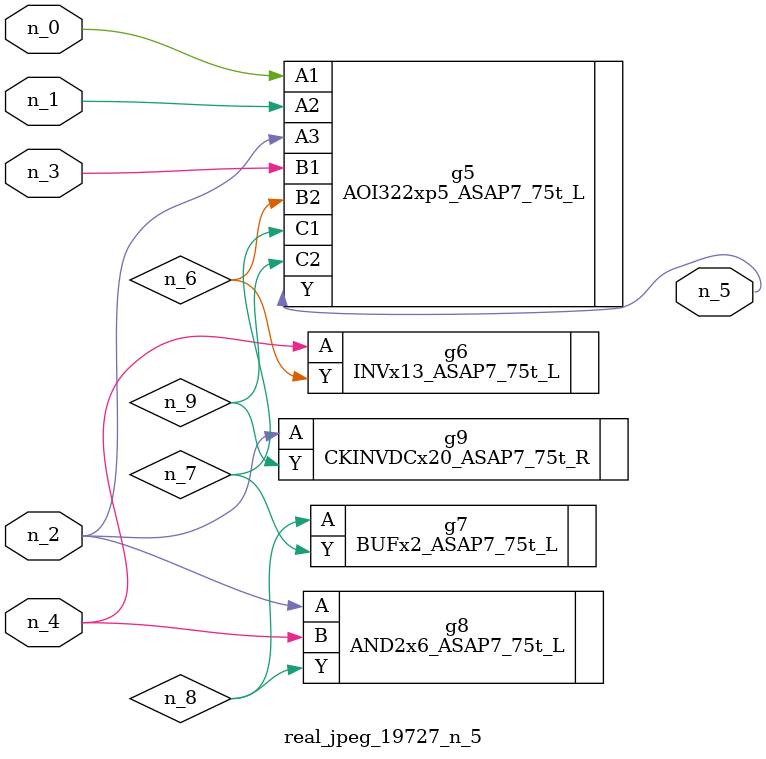
<source format=v>
module real_jpeg_19727_n_5 (n_4, n_0, n_1, n_2, n_3, n_5);

input n_4;
input n_0;
input n_1;
input n_2;
input n_3;

output n_5;

wire n_8;
wire n_6;
wire n_7;
wire n_9;

AOI322xp5_ASAP7_75t_L g5 ( 
.A1(n_0),
.A2(n_1),
.A3(n_2),
.B1(n_3),
.B2(n_6),
.C1(n_7),
.C2(n_9),
.Y(n_5)
);

AND2x6_ASAP7_75t_L g8 ( 
.A(n_2),
.B(n_4),
.Y(n_8)
);

CKINVDCx20_ASAP7_75t_R g9 ( 
.A(n_2),
.Y(n_9)
);

INVx13_ASAP7_75t_L g6 ( 
.A(n_4),
.Y(n_6)
);

BUFx2_ASAP7_75t_L g7 ( 
.A(n_8),
.Y(n_7)
);


endmodule
</source>
